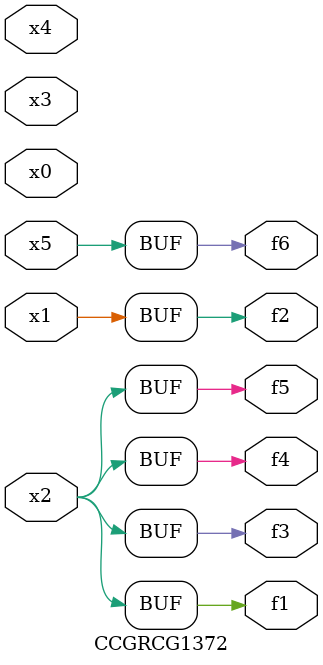
<source format=v>
module CCGRCG1372(
	input x0, x1, x2, x3, x4, x5,
	output f1, f2, f3, f4, f5, f6
);
	assign f1 = x2;
	assign f2 = x1;
	assign f3 = x2;
	assign f4 = x2;
	assign f5 = x2;
	assign f6 = x5;
endmodule

</source>
